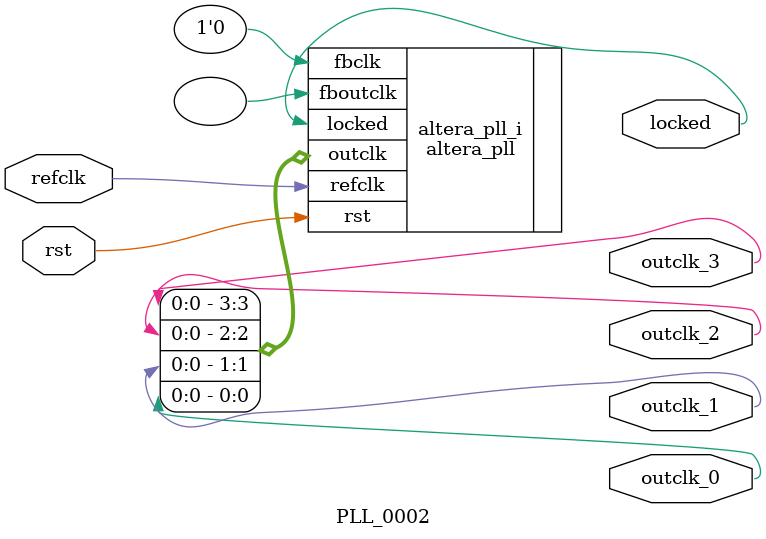
<source format=v>
`timescale 1ns/10ps
module  PLL_0002(

	// interface 'refclk'
	input wire refclk,

	// interface 'reset'
	input wire rst,

	// interface 'outclk0'
	output wire outclk_0,

	// interface 'outclk1'
	output wire outclk_1,

	// interface 'outclk2'
	output wire outclk_2,

	// interface 'outclk3'
	output wire outclk_3,

	// interface 'locked'
	output wire locked
);

	altera_pll #(
		.fractional_vco_multiplier("false"),
		.reference_clock_frequency("50.0 MHz"),
		.operation_mode("direct"),
		.number_of_clocks(4),
		.output_clock_frequency0("50.000000 MHz"),
		.phase_shift0("0 ps"),
		.duty_cycle0(50),
		.output_clock_frequency1("25.000000 MHz"),
		.phase_shift1("0 ps"),
		.duty_cycle1(50),
		.output_clock_frequency2("10.000000 MHz"),
		.phase_shift2("0 ps"),
		.duty_cycle2(50),
		.output_clock_frequency3("2.500000 MHz"),
		.phase_shift3("0 ps"),
		.duty_cycle3(50),
		.output_clock_frequency4("0 MHz"),
		.phase_shift4("0 ps"),
		.duty_cycle4(50),
		.output_clock_frequency5("0 MHz"),
		.phase_shift5("0 ps"),
		.duty_cycle5(50),
		.output_clock_frequency6("0 MHz"),
		.phase_shift6("0 ps"),
		.duty_cycle6(50),
		.output_clock_frequency7("0 MHz"),
		.phase_shift7("0 ps"),
		.duty_cycle7(50),
		.output_clock_frequency8("0 MHz"),
		.phase_shift8("0 ps"),
		.duty_cycle8(50),
		.output_clock_frequency9("0 MHz"),
		.phase_shift9("0 ps"),
		.duty_cycle9(50),
		.output_clock_frequency10("0 MHz"),
		.phase_shift10("0 ps"),
		.duty_cycle10(50),
		.output_clock_frequency11("0 MHz"),
		.phase_shift11("0 ps"),
		.duty_cycle11(50),
		.output_clock_frequency12("0 MHz"),
		.phase_shift12("0 ps"),
		.duty_cycle12(50),
		.output_clock_frequency13("0 MHz"),
		.phase_shift13("0 ps"),
		.duty_cycle13(50),
		.output_clock_frequency14("0 MHz"),
		.phase_shift14("0 ps"),
		.duty_cycle14(50),
		.output_clock_frequency15("0 MHz"),
		.phase_shift15("0 ps"),
		.duty_cycle15(50),
		.output_clock_frequency16("0 MHz"),
		.phase_shift16("0 ps"),
		.duty_cycle16(50),
		.output_clock_frequency17("0 MHz"),
		.phase_shift17("0 ps"),
		.duty_cycle17(50),
		.pll_type("General"),
		.pll_subtype("General")
	) altera_pll_i (
		.rst	(rst),
		.outclk	({outclk_3, outclk_2, outclk_1, outclk_0}),
		.locked	(locked),
		.fboutclk	( ),
		.fbclk	(1'b0),
		.refclk	(refclk)
	);
endmodule


</source>
